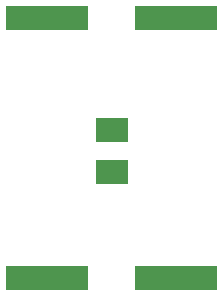
<source format=gbr>
%TF.GenerationSoftware,Altium Limited,Altium Designer,18.1.9 (240)*%
G04 Layer_Color=8421504*
%FSLAX45Y45*%
%MOMM*%
%TF.FileFunction,Paste,Top*%
%TF.Part,Single*%
G01*
G75*
%TA.AperFunction,ConnectorPad*%
%ADD10R,7.00000X2.00000*%
%TA.AperFunction,SMDPad,CuDef*%
%ADD11R,2.80000X2.00000*%
D10*
X1447500Y200000D02*
D03*
Y2400000D02*
D03*
X350000Y200000D02*
D03*
Y2400000D02*
D03*
D11*
X900000Y1100000D02*
D03*
Y1450000D02*
D03*
%TF.MD5,b6549a0bf8face558911118b90118d8c*%
M02*

</source>
